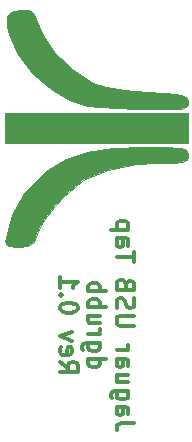
<source format=gbr>
G04 #@! TF.FileFunction,Legend,Bot*
%FSLAX46Y46*%
G04 Gerber Fmt 4.6, Leading zero omitted, Abs format (unit mm)*
G04 Created by KiCad (PCBNEW 4.0.2+dfsg1-stable) date Tue 28 Nov 2017 04:32:15 PM CST*
%MOMM*%
G01*
G04 APERTURE LIST*
%ADD10C,0.100000*%
%ADD11C,0.300000*%
%ADD12C,0.010000*%
G04 APERTURE END LIST*
D10*
D11*
X132761429Y-90835714D02*
X131690000Y-90835714D01*
X131475714Y-90907142D01*
X131332857Y-91049999D01*
X131261429Y-91264285D01*
X131261429Y-91407142D01*
X131261429Y-89478571D02*
X132047143Y-89478571D01*
X132190000Y-89550000D01*
X132261429Y-89692857D01*
X132261429Y-89978571D01*
X132190000Y-90121428D01*
X131332857Y-89478571D02*
X131261429Y-89621428D01*
X131261429Y-89978571D01*
X131332857Y-90121428D01*
X131475714Y-90192857D01*
X131618571Y-90192857D01*
X131761429Y-90121428D01*
X131832857Y-89978571D01*
X131832857Y-89621428D01*
X131904286Y-89478571D01*
X132261429Y-88121428D02*
X131047143Y-88121428D01*
X130904286Y-88192857D01*
X130832857Y-88264285D01*
X130761429Y-88407142D01*
X130761429Y-88621428D01*
X130832857Y-88764285D01*
X131332857Y-88121428D02*
X131261429Y-88264285D01*
X131261429Y-88549999D01*
X131332857Y-88692857D01*
X131404286Y-88764285D01*
X131547143Y-88835714D01*
X131975714Y-88835714D01*
X132118571Y-88764285D01*
X132190000Y-88692857D01*
X132261429Y-88549999D01*
X132261429Y-88264285D01*
X132190000Y-88121428D01*
X132261429Y-86764285D02*
X131261429Y-86764285D01*
X132261429Y-87407142D02*
X131475714Y-87407142D01*
X131332857Y-87335714D01*
X131261429Y-87192856D01*
X131261429Y-86978571D01*
X131332857Y-86835714D01*
X131404286Y-86764285D01*
X131261429Y-85407142D02*
X132047143Y-85407142D01*
X132190000Y-85478571D01*
X132261429Y-85621428D01*
X132261429Y-85907142D01*
X132190000Y-86049999D01*
X131332857Y-85407142D02*
X131261429Y-85549999D01*
X131261429Y-85907142D01*
X131332857Y-86049999D01*
X131475714Y-86121428D01*
X131618571Y-86121428D01*
X131761429Y-86049999D01*
X131832857Y-85907142D01*
X131832857Y-85549999D01*
X131904286Y-85407142D01*
X131261429Y-84692856D02*
X132261429Y-84692856D01*
X131975714Y-84692856D02*
X132118571Y-84621428D01*
X132190000Y-84549999D01*
X132261429Y-84407142D01*
X132261429Y-84264285D01*
X132761429Y-82621428D02*
X131547143Y-82621428D01*
X131404286Y-82550000D01*
X131332857Y-82478571D01*
X131261429Y-82335714D01*
X131261429Y-82050000D01*
X131332857Y-81907142D01*
X131404286Y-81835714D01*
X131547143Y-81764285D01*
X132761429Y-81764285D01*
X131332857Y-81121428D02*
X131261429Y-80907142D01*
X131261429Y-80549999D01*
X131332857Y-80407142D01*
X131404286Y-80335713D01*
X131547143Y-80264285D01*
X131690000Y-80264285D01*
X131832857Y-80335713D01*
X131904286Y-80407142D01*
X131975714Y-80549999D01*
X132047143Y-80835713D01*
X132118571Y-80978571D01*
X132190000Y-81049999D01*
X132332857Y-81121428D01*
X132475714Y-81121428D01*
X132618571Y-81049999D01*
X132690000Y-80978571D01*
X132761429Y-80835713D01*
X132761429Y-80478571D01*
X132690000Y-80264285D01*
X132047143Y-79121428D02*
X131975714Y-78907142D01*
X131904286Y-78835714D01*
X131761429Y-78764285D01*
X131547143Y-78764285D01*
X131404286Y-78835714D01*
X131332857Y-78907142D01*
X131261429Y-79050000D01*
X131261429Y-79621428D01*
X132761429Y-79621428D01*
X132761429Y-79121428D01*
X132690000Y-78978571D01*
X132618571Y-78907142D01*
X132475714Y-78835714D01*
X132332857Y-78835714D01*
X132190000Y-78907142D01*
X132118571Y-78978571D01*
X132047143Y-79121428D01*
X132047143Y-79621428D01*
X132761429Y-77192857D02*
X132761429Y-76335714D01*
X131261429Y-76764285D02*
X132761429Y-76764285D01*
X131261429Y-75192857D02*
X132047143Y-75192857D01*
X132190000Y-75264286D01*
X132261429Y-75407143D01*
X132261429Y-75692857D01*
X132190000Y-75835714D01*
X131332857Y-75192857D02*
X131261429Y-75335714D01*
X131261429Y-75692857D01*
X131332857Y-75835714D01*
X131475714Y-75907143D01*
X131618571Y-75907143D01*
X131761429Y-75835714D01*
X131832857Y-75692857D01*
X131832857Y-75335714D01*
X131904286Y-75192857D01*
X132261429Y-74478571D02*
X130761429Y-74478571D01*
X132190000Y-74478571D02*
X132261429Y-74335714D01*
X132261429Y-74050000D01*
X132190000Y-73907143D01*
X132118571Y-73835714D01*
X131975714Y-73764285D01*
X131547143Y-73764285D01*
X131404286Y-73835714D01*
X131332857Y-73907143D01*
X131261429Y-74050000D01*
X131261429Y-74335714D01*
X131332857Y-74478571D01*
X128861429Y-85407143D02*
X130361429Y-85407143D01*
X128932857Y-85407143D02*
X128861429Y-85550000D01*
X128861429Y-85835714D01*
X128932857Y-85978572D01*
X129004286Y-86050000D01*
X129147143Y-86121429D01*
X129575714Y-86121429D01*
X129718571Y-86050000D01*
X129790000Y-85978572D01*
X129861429Y-85835714D01*
X129861429Y-85550000D01*
X129790000Y-85407143D01*
X129861429Y-84050000D02*
X128647143Y-84050000D01*
X128504286Y-84121429D01*
X128432857Y-84192857D01*
X128361429Y-84335714D01*
X128361429Y-84550000D01*
X128432857Y-84692857D01*
X128932857Y-84050000D02*
X128861429Y-84192857D01*
X128861429Y-84478571D01*
X128932857Y-84621429D01*
X129004286Y-84692857D01*
X129147143Y-84764286D01*
X129575714Y-84764286D01*
X129718571Y-84692857D01*
X129790000Y-84621429D01*
X129861429Y-84478571D01*
X129861429Y-84192857D01*
X129790000Y-84050000D01*
X128861429Y-83335714D02*
X129861429Y-83335714D01*
X129575714Y-83335714D02*
X129718571Y-83264286D01*
X129790000Y-83192857D01*
X129861429Y-83050000D01*
X129861429Y-82907143D01*
X129861429Y-81764286D02*
X128861429Y-81764286D01*
X129861429Y-82407143D02*
X129075714Y-82407143D01*
X128932857Y-82335715D01*
X128861429Y-82192857D01*
X128861429Y-81978572D01*
X128932857Y-81835715D01*
X129004286Y-81764286D01*
X128861429Y-81050000D02*
X130361429Y-81050000D01*
X129790000Y-81050000D02*
X129861429Y-80907143D01*
X129861429Y-80621429D01*
X129790000Y-80478572D01*
X129718571Y-80407143D01*
X129575714Y-80335714D01*
X129147143Y-80335714D01*
X129004286Y-80407143D01*
X128932857Y-80478572D01*
X128861429Y-80621429D01*
X128861429Y-80907143D01*
X128932857Y-81050000D01*
X128861429Y-79692857D02*
X130361429Y-79692857D01*
X129790000Y-79692857D02*
X129861429Y-79550000D01*
X129861429Y-79264286D01*
X129790000Y-79121429D01*
X129718571Y-79050000D01*
X129575714Y-78978571D01*
X129147143Y-78978571D01*
X129004286Y-79050000D01*
X128932857Y-79121429D01*
X128861429Y-79264286D01*
X128861429Y-79550000D01*
X128932857Y-79692857D01*
X126461429Y-85657142D02*
X127175714Y-86157142D01*
X126461429Y-86514285D02*
X127961429Y-86514285D01*
X127961429Y-85942857D01*
X127890000Y-85799999D01*
X127818571Y-85728571D01*
X127675714Y-85657142D01*
X127461429Y-85657142D01*
X127318571Y-85728571D01*
X127247143Y-85799999D01*
X127175714Y-85942857D01*
X127175714Y-86514285D01*
X126532857Y-84442857D02*
X126461429Y-84585714D01*
X126461429Y-84871428D01*
X126532857Y-85014285D01*
X126675714Y-85085714D01*
X127247143Y-85085714D01*
X127390000Y-85014285D01*
X127461429Y-84871428D01*
X127461429Y-84585714D01*
X127390000Y-84442857D01*
X127247143Y-84371428D01*
X127104286Y-84371428D01*
X126961429Y-85085714D01*
X127461429Y-83871428D02*
X126461429Y-83514285D01*
X127461429Y-83157143D01*
X127961429Y-81157143D02*
X127961429Y-81014286D01*
X127890000Y-80871429D01*
X127818571Y-80800000D01*
X127675714Y-80728571D01*
X127390000Y-80657143D01*
X127032857Y-80657143D01*
X126747143Y-80728571D01*
X126604286Y-80800000D01*
X126532857Y-80871429D01*
X126461429Y-81014286D01*
X126461429Y-81157143D01*
X126532857Y-81300000D01*
X126604286Y-81371429D01*
X126747143Y-81442857D01*
X127032857Y-81514286D01*
X127390000Y-81514286D01*
X127675714Y-81442857D01*
X127818571Y-81371429D01*
X127890000Y-81300000D01*
X127961429Y-81157143D01*
X126604286Y-80014286D02*
X126532857Y-79942858D01*
X126461429Y-80014286D01*
X126532857Y-80085715D01*
X126604286Y-80014286D01*
X126461429Y-80014286D01*
X126461429Y-78514286D02*
X126461429Y-79371429D01*
X126461429Y-78942857D02*
X127961429Y-78942857D01*
X127747143Y-79085714D01*
X127604286Y-79228572D01*
X127532857Y-79371429D01*
D12*
G36*
X137254231Y-67840482D02*
X137029988Y-67636011D01*
X136502978Y-67519103D01*
X135547796Y-67465607D01*
X134039039Y-67451372D01*
X133637456Y-67451111D01*
X130945386Y-67554614D01*
X128782188Y-67894009D01*
X126997965Y-68512621D01*
X125442821Y-69453778D01*
X124747462Y-70020697D01*
X123336658Y-71532194D01*
X122422834Y-73234743D01*
X121966392Y-74808841D01*
X121849640Y-75550026D01*
X122064398Y-75855080D01*
X122783649Y-75917407D01*
X122958223Y-75917777D01*
X123796901Y-75840777D01*
X124265536Y-75475880D01*
X124621180Y-74622246D01*
X124622864Y-74617145D01*
X125110074Y-73662761D01*
X125930239Y-72529098D01*
X126678695Y-71696809D01*
X128444780Y-70297900D01*
X130489806Y-69392047D01*
X132933833Y-68936800D01*
X134695789Y-68862222D01*
X136036086Y-68845056D01*
X136818389Y-68766975D01*
X137189947Y-68588100D01*
X137298007Y-68268557D01*
X137301111Y-68156666D01*
X137254231Y-67840482D01*
X137254231Y-67840482D01*
G37*
X137254231Y-67840482D02*
X137029988Y-67636011D01*
X136502978Y-67519103D01*
X135547796Y-67465607D01*
X134039039Y-67451372D01*
X133637456Y-67451111D01*
X130945386Y-67554614D01*
X128782188Y-67894009D01*
X126997965Y-68512621D01*
X125442821Y-69453778D01*
X124747462Y-70020697D01*
X123336658Y-71532194D01*
X122422834Y-73234743D01*
X121966392Y-74808841D01*
X121849640Y-75550026D01*
X122064398Y-75855080D01*
X122783649Y-75917407D01*
X122958223Y-75917777D01*
X123796901Y-75840777D01*
X124265536Y-75475880D01*
X124621180Y-74622246D01*
X124622864Y-74617145D01*
X125110074Y-73662761D01*
X125930239Y-72529098D01*
X126678695Y-71696809D01*
X128444780Y-70297900D01*
X130489806Y-69392047D01*
X132933833Y-68936800D01*
X134695789Y-68862222D01*
X136036086Y-68845056D01*
X136818389Y-68766975D01*
X137189947Y-68588100D01*
X137298007Y-68268557D01*
X137301111Y-68156666D01*
X137254231Y-67840482D01*
G36*
X121778889Y-64628889D02*
X121778889Y-67098333D01*
X137301111Y-67098333D01*
X137301111Y-64628889D01*
X121778889Y-64628889D01*
X121778889Y-64628889D01*
G37*
X121778889Y-64628889D02*
X121778889Y-67098333D01*
X137301111Y-67098333D01*
X137301111Y-64628889D01*
X121778889Y-64628889D01*
G36*
X137242375Y-63333919D02*
X136980612Y-63115914D01*
X136387493Y-62973024D01*
X135334690Y-62872853D01*
X133861528Y-62791150D01*
X131868584Y-62641781D01*
X130400342Y-62398012D01*
X129278623Y-62026819D01*
X128986769Y-61887587D01*
X127469661Y-60860434D01*
X126075815Y-59477851D01*
X125011770Y-57967144D01*
X124609787Y-57070454D01*
X124263844Y-56223877D01*
X123839621Y-55886062D01*
X123107917Y-55876546D01*
X123095073Y-55877816D01*
X122306374Y-56034908D01*
X121965102Y-56414203D01*
X121988024Y-57188252D01*
X122132438Y-57873483D01*
X122836089Y-59549098D01*
X124074868Y-61177828D01*
X125692656Y-62571401D01*
X126391765Y-63010023D01*
X127223555Y-63456279D01*
X127967813Y-63763675D01*
X128792289Y-63963901D01*
X129864735Y-64088644D01*
X131352899Y-64169592D01*
X132792110Y-64219050D01*
X134644528Y-64271172D01*
X135905341Y-64281930D01*
X136687972Y-64237248D01*
X137105843Y-64123050D01*
X137272377Y-63925257D01*
X137301111Y-63659434D01*
X137242375Y-63333919D01*
X137242375Y-63333919D01*
G37*
X137242375Y-63333919D02*
X136980612Y-63115914D01*
X136387493Y-62973024D01*
X135334690Y-62872853D01*
X133861528Y-62791150D01*
X131868584Y-62641781D01*
X130400342Y-62398012D01*
X129278623Y-62026819D01*
X128986769Y-61887587D01*
X127469661Y-60860434D01*
X126075815Y-59477851D01*
X125011770Y-57967144D01*
X124609787Y-57070454D01*
X124263844Y-56223877D01*
X123839621Y-55886062D01*
X123107917Y-55876546D01*
X123095073Y-55877816D01*
X122306374Y-56034908D01*
X121965102Y-56414203D01*
X121988024Y-57188252D01*
X122132438Y-57873483D01*
X122836089Y-59549098D01*
X124074868Y-61177828D01*
X125692656Y-62571401D01*
X126391765Y-63010023D01*
X127223555Y-63456279D01*
X127967813Y-63763675D01*
X128792289Y-63963901D01*
X129864735Y-64088644D01*
X131352899Y-64169592D01*
X132792110Y-64219050D01*
X134644528Y-64271172D01*
X135905341Y-64281930D01*
X136687972Y-64237248D01*
X137105843Y-64123050D01*
X137272377Y-63925257D01*
X137301111Y-63659434D01*
X137242375Y-63333919D01*
M02*

</source>
